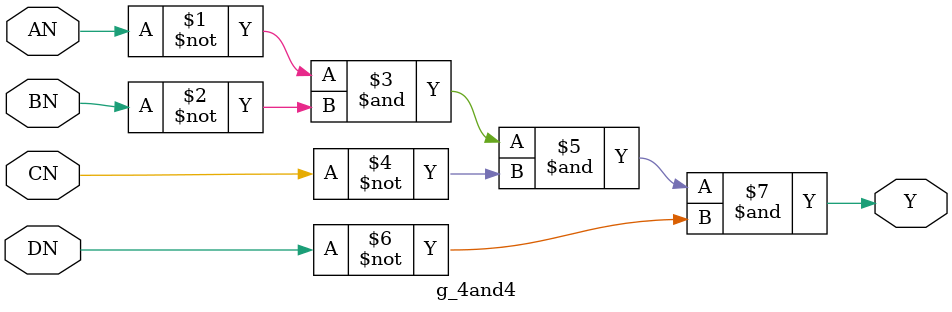
<source format=v>
module g_4and4 (Y, AN, BN, CN, DN);

   input AN, BN, CN, DN;
   output Y;

   and (Y, ~AN, ~BN, ~CN, ~DN);

endmodule // g_4and4

</source>
